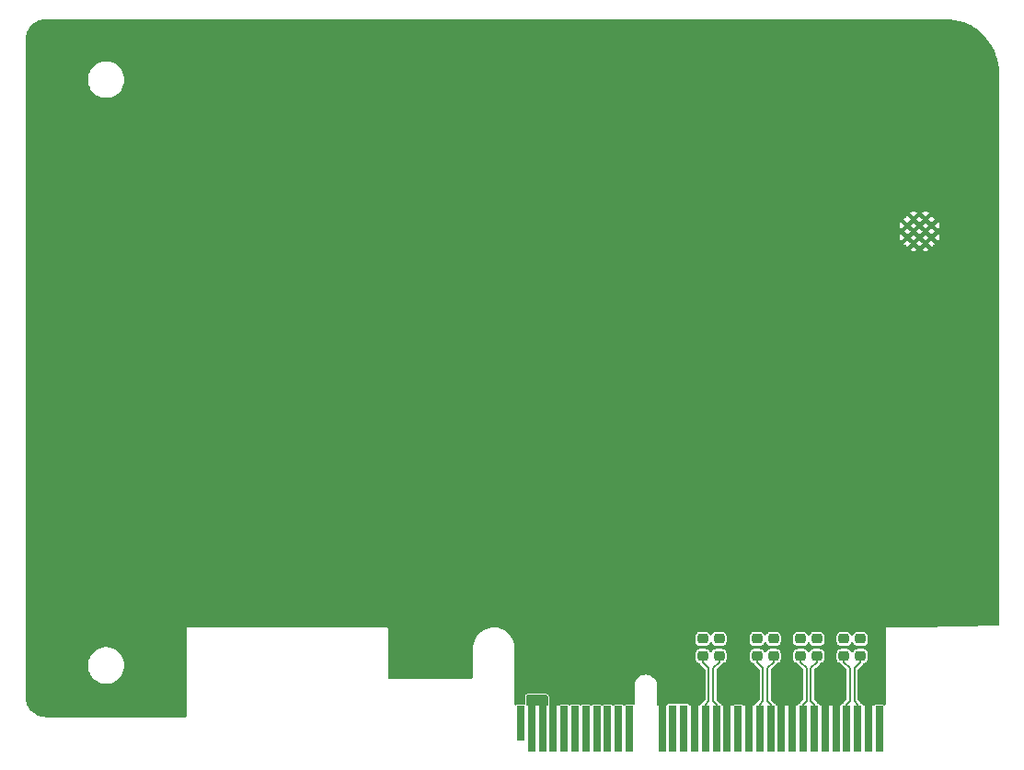
<source format=gbr>
G04 #@! TF.GenerationSoftware,KiCad,Pcbnew,8.0.4*
G04 #@! TF.CreationDate,2024-08-17T23:14:56-04:00*
G04 #@! TF.ProjectId,PCIexpress_x4_low,50434965-7870-4726-9573-735f78345f6c,rev?*
G04 #@! TF.SameCoordinates,Original*
G04 #@! TF.FileFunction,Copper,L4,Bot*
G04 #@! TF.FilePolarity,Positive*
%FSLAX46Y46*%
G04 Gerber Fmt 4.6, Leading zero omitted, Abs format (unit mm)*
G04 Created by KiCad (PCBNEW 8.0.4) date 2024-08-17 23:14:56*
%MOMM*%
%LPD*%
G01*
G04 APERTURE LIST*
G04 Aperture macros list*
%AMRoundRect*
0 Rectangle with rounded corners*
0 $1 Rounding radius*
0 $2 $3 $4 $5 $6 $7 $8 $9 X,Y pos of 4 corners*
0 Add a 4 corners polygon primitive as box body*
4,1,4,$2,$3,$4,$5,$6,$7,$8,$9,$2,$3,0*
0 Add four circle primitives for the rounded corners*
1,1,$1+$1,$2,$3*
1,1,$1+$1,$4,$5*
1,1,$1+$1,$6,$7*
1,1,$1+$1,$8,$9*
0 Add four rect primitives between the rounded corners*
20,1,$1+$1,$2,$3,$4,$5,0*
20,1,$1+$1,$4,$5,$6,$7,0*
20,1,$1+$1,$6,$7,$8,$9,0*
20,1,$1+$1,$8,$9,$2,$3,0*%
G04 Aperture macros list end*
G04 #@! TA.AperFunction,ComponentPad*
%ADD10C,0.400000*%
G04 #@! TD*
G04 #@! TA.AperFunction,ConnectorPad*
%ADD11R,0.700000X3.200000*%
G04 #@! TD*
G04 #@! TA.AperFunction,ConnectorPad*
%ADD12R,0.700000X4.200000*%
G04 #@! TD*
G04 #@! TA.AperFunction,SMDPad,CuDef*
%ADD13RoundRect,0.218750X-0.256250X0.218750X-0.256250X-0.218750X0.256250X-0.218750X0.256250X0.218750X0*%
G04 #@! TD*
G04 #@! TA.AperFunction,SMDPad,CuDef*
%ADD14RoundRect,0.218750X0.256250X-0.218750X0.256250X0.218750X-0.256250X0.218750X-0.256250X-0.218750X0*%
G04 #@! TD*
G04 #@! TA.AperFunction,ViaPad*
%ADD15C,0.550000*%
G04 #@! TD*
G04 #@! TA.AperFunction,Conductor*
%ADD16C,0.200000*%
G04 #@! TD*
G04 APERTURE END LIST*
D10*
X145725000Y-145385000D03*
X145725000Y-144285000D03*
X146275000Y-145935000D03*
X146275000Y-144835000D03*
X146275000Y-143735000D03*
X146825000Y-145385000D03*
X146825000Y-144285000D03*
X147375000Y-145935000D03*
X147375000Y-144835000D03*
X147375000Y-143735000D03*
X147925000Y-145385000D03*
X147925000Y-144285000D03*
D11*
X110125000Y-190125000D03*
D12*
X111125000Y-190625000D03*
X112125000Y-190625000D03*
X113125000Y-190625000D03*
X114125000Y-190625000D03*
X115125000Y-190625000D03*
X116125000Y-190625000D03*
X117125000Y-190625000D03*
X118125000Y-190625000D03*
X119125000Y-190625000D03*
X120125000Y-190625000D03*
X123125000Y-190625000D03*
X124125000Y-190625000D03*
X125125000Y-190625000D03*
X126125000Y-190625000D03*
X127125000Y-190625000D03*
X128125000Y-190625000D03*
X129125000Y-190625000D03*
X130125000Y-190625000D03*
X131125000Y-190625000D03*
X132125000Y-190625000D03*
X133125000Y-190625000D03*
X134125000Y-190625000D03*
X135125000Y-190625000D03*
X136125000Y-190625000D03*
X137125000Y-190625000D03*
X138125000Y-190625000D03*
X139125000Y-190625000D03*
X140125000Y-190625000D03*
X141125000Y-190625000D03*
X142125000Y-190625000D03*
X143125000Y-190625000D03*
D13*
X126875000Y-182337500D03*
X126875000Y-183912500D03*
D14*
X128375000Y-183912500D03*
X128375000Y-182337500D03*
D13*
X131875000Y-182337500D03*
X131875000Y-183912500D03*
D14*
X133375000Y-183912500D03*
X133375000Y-182337500D03*
D13*
X135875000Y-182337500D03*
X135875000Y-183912500D03*
D14*
X137375000Y-183912500D03*
X137375000Y-182337500D03*
D13*
X139875000Y-182337500D03*
X139875000Y-183912500D03*
D14*
X141375000Y-183912500D03*
X141375000Y-182337500D03*
D15*
X124125000Y-185500000D03*
X143125000Y-185500000D03*
X135625000Y-185500000D03*
X139625000Y-185500000D03*
X133625000Y-185500000D03*
X129125000Y-185500000D03*
X126625000Y-185500000D03*
X131625000Y-185500000D03*
X137625000Y-185500000D03*
X131625000Y-186500000D03*
X143125000Y-186500000D03*
X135625000Y-186500000D03*
X133625000Y-187500000D03*
X133625000Y-186500000D03*
X129125000Y-187500000D03*
X113125000Y-188000000D03*
X137625000Y-186500000D03*
X126625000Y-186500000D03*
X131625000Y-187500000D03*
X124125000Y-187500000D03*
X124125000Y-186500000D03*
X137625000Y-187500000D03*
X139625000Y-186500000D03*
X135625000Y-187500000D03*
X126625000Y-187500000D03*
X129125000Y-186500000D03*
X139625000Y-187500000D03*
X143125000Y-187500000D03*
X111125000Y-188000000D03*
X112125000Y-188000000D03*
D16*
X127425000Y-188075000D02*
X127125000Y-188375000D01*
X126875000Y-183912500D02*
X126875000Y-184500000D01*
X126875000Y-184500000D02*
X127425000Y-185050000D01*
X127125000Y-188375000D02*
X127125000Y-190625000D01*
X127425000Y-185050000D02*
X127425000Y-188075000D01*
X128375000Y-183912500D02*
X128375000Y-184500000D01*
X128375000Y-184500000D02*
X127825000Y-185050000D01*
X127825000Y-185050000D02*
X127825000Y-188075000D01*
X127825000Y-188075000D02*
X128125000Y-188375000D01*
X128125000Y-188375000D02*
X128125000Y-190625000D01*
X132425000Y-188075000D02*
X132125000Y-188375000D01*
X132425000Y-185050000D02*
X132425000Y-188075000D01*
X131875000Y-184500000D02*
X132425000Y-185050000D01*
X132125000Y-188375000D02*
X132125000Y-190625000D01*
X131875000Y-183912500D02*
X131875000Y-184500000D01*
X133125000Y-188375000D02*
X133125000Y-190625000D01*
X132825000Y-185050000D02*
X132825000Y-188075000D01*
X133375000Y-184500000D02*
X132825000Y-185050000D01*
X133375000Y-183912500D02*
X133375000Y-184500000D01*
X132825000Y-188075000D02*
X133125000Y-188375000D01*
X136425000Y-188075000D02*
X136125000Y-188375000D01*
X136425000Y-185050000D02*
X136425000Y-188075000D01*
X135875000Y-184500000D02*
X136425000Y-185050000D01*
X136125000Y-188375000D02*
X136125000Y-190625000D01*
X135875000Y-183912500D02*
X135875000Y-184500000D01*
X137125000Y-188375000D02*
X137125000Y-190625000D01*
X136825000Y-185050000D02*
X136825000Y-188075000D01*
X137375000Y-184500000D02*
X136825000Y-185050000D01*
X137375000Y-183912500D02*
X137375000Y-184500000D01*
X136825000Y-188075000D02*
X137125000Y-188375000D01*
X140125000Y-188375000D02*
X140125000Y-190625000D01*
X139875000Y-184500000D02*
X140425000Y-185050000D01*
X139875000Y-183912500D02*
X139875000Y-184500000D01*
X140425000Y-188075000D02*
X140125000Y-188375000D01*
X140425000Y-185050000D02*
X140425000Y-188075000D01*
X141375000Y-183912500D02*
X141375000Y-184500000D01*
X140825000Y-188075000D02*
X141125000Y-188375000D01*
X141375000Y-184500000D02*
X140825000Y-185050000D01*
X141125000Y-188375000D02*
X141125000Y-190625000D01*
X140825000Y-185050000D02*
X140825000Y-188075000D01*
G04 #@! TA.AperFunction,Conductor*
G36*
X112568039Y-187519685D02*
G01*
X112613794Y-187572489D01*
X112625000Y-187624000D01*
X112625000Y-188402000D01*
X112605315Y-188469039D01*
X112552511Y-188514794D01*
X112501000Y-188526000D01*
X110749000Y-188526000D01*
X110681961Y-188506315D01*
X110636206Y-188453511D01*
X110625000Y-188402000D01*
X110625000Y-187624000D01*
X110644685Y-187556961D01*
X110697489Y-187511206D01*
X110749000Y-187500000D01*
X112501000Y-187500000D01*
X112568039Y-187519685D01*
G37*
G04 #@! TD.AperFunction*
G04 #@! TA.AperFunction,Conductor*
G36*
X149227702Y-125300618D02*
G01*
X149241221Y-125301208D01*
X149648810Y-125319003D01*
X149659547Y-125319943D01*
X150074771Y-125374608D01*
X150085397Y-125376481D01*
X150494286Y-125467130D01*
X150504698Y-125469919D01*
X150904132Y-125595861D01*
X150914267Y-125599550D01*
X151301191Y-125759819D01*
X151310982Y-125764385D01*
X151682442Y-125957755D01*
X151691810Y-125963163D01*
X152045014Y-126188179D01*
X152053875Y-126194384D01*
X152386115Y-126449320D01*
X152394402Y-126456274D01*
X152703155Y-126739195D01*
X152710804Y-126746844D01*
X152993725Y-127055597D01*
X153000679Y-127063884D01*
X153255615Y-127396124D01*
X153261820Y-127404985D01*
X153486836Y-127758189D01*
X153492244Y-127767557D01*
X153685611Y-128139010D01*
X153690183Y-128148814D01*
X153850443Y-128535717D01*
X153854142Y-128545880D01*
X153926553Y-128775538D01*
X153980074Y-128945282D01*
X153982874Y-128955732D01*
X154073515Y-129364589D01*
X154075393Y-129375242D01*
X154130054Y-129790432D01*
X154130997Y-129801208D01*
X154147661Y-130182891D01*
X154149382Y-130222297D01*
X154149500Y-130227706D01*
X154149500Y-134799138D01*
X154129815Y-134866177D01*
X154125000Y-134872152D01*
X154125000Y-152884825D01*
X154146666Y-152924504D01*
X154149500Y-152950862D01*
X154149500Y-180972857D01*
X154129815Y-181039896D01*
X154077011Y-181085651D01*
X154028896Y-181096810D01*
X146632462Y-181299453D01*
X146629066Y-181299500D01*
X143759982Y-181299500D01*
X143732231Y-181310995D01*
X143710995Y-181332231D01*
X143699500Y-181359982D01*
X143699500Y-188335498D01*
X143679815Y-188402537D01*
X143627011Y-188448292D01*
X143557853Y-188458236D01*
X143521623Y-188444353D01*
X143521165Y-188445461D01*
X143509882Y-188440787D01*
X143509877Y-188440786D01*
X143483803Y-188435600D01*
X143483802Y-188435600D01*
X142766198Y-188435600D01*
X142766189Y-188435601D01*
X142740119Y-188440786D01*
X142710547Y-188460546D01*
X142704302Y-188469893D01*
X142650689Y-188514697D01*
X142601201Y-188525000D01*
X141779126Y-188525000D01*
X141712087Y-188505315D01*
X141666332Y-188452511D01*
X141664566Y-188448456D01*
X141663867Y-188446768D01*
X141619552Y-188380447D01*
X141553230Y-188336132D01*
X141491198Y-188323793D01*
X141429287Y-188291408D01*
X141408003Y-188264175D01*
X141365464Y-188190495D01*
X141365458Y-188190487D01*
X141161819Y-187986848D01*
X141128334Y-187925525D01*
X141125500Y-187899167D01*
X141125500Y-185225833D01*
X141145185Y-185158794D01*
X141161819Y-185138152D01*
X141286487Y-185013484D01*
X141615460Y-184684511D01*
X141655021Y-184615989D01*
X141655024Y-184615977D01*
X141656826Y-184611629D01*
X141700664Y-184557223D01*
X141751997Y-184536601D01*
X141762420Y-184534951D01*
X141880751Y-184474658D01*
X141974658Y-184380751D01*
X142034951Y-184262420D01*
X142034951Y-184262418D01*
X142034952Y-184262417D01*
X142050500Y-184164251D01*
X142050500Y-183660748D01*
X142034952Y-183562582D01*
X142034951Y-183562580D01*
X141974658Y-183444249D01*
X141974654Y-183444245D01*
X141974653Y-183444243D01*
X141880756Y-183350346D01*
X141880753Y-183350344D01*
X141880751Y-183350342D01*
X141762420Y-183290049D01*
X141762419Y-183290048D01*
X141762416Y-183290047D01*
X141762417Y-183290047D01*
X141664251Y-183274500D01*
X141664246Y-183274500D01*
X141085754Y-183274500D01*
X141085749Y-183274500D01*
X140987582Y-183290047D01*
X140918761Y-183325114D01*
X140869249Y-183350342D01*
X140869248Y-183350343D01*
X140869243Y-183350346D01*
X140775346Y-183444243D01*
X140775343Y-183444248D01*
X140775342Y-183444249D01*
X140735485Y-183522473D01*
X140687510Y-183573269D01*
X140619689Y-183590064D01*
X140553554Y-183567526D01*
X140514515Y-183522473D01*
X140474658Y-183444249D01*
X140474654Y-183444245D01*
X140474653Y-183444243D01*
X140380756Y-183350346D01*
X140380753Y-183350344D01*
X140380751Y-183350342D01*
X140262420Y-183290049D01*
X140262419Y-183290048D01*
X140262416Y-183290047D01*
X140262417Y-183290047D01*
X140164251Y-183274500D01*
X140164246Y-183274500D01*
X139585754Y-183274500D01*
X139585749Y-183274500D01*
X139487582Y-183290047D01*
X139418761Y-183325114D01*
X139369249Y-183350342D01*
X139369248Y-183350343D01*
X139369243Y-183350346D01*
X139275346Y-183444243D01*
X139275343Y-183444248D01*
X139275342Y-183444249D01*
X139255244Y-183483692D01*
X139215047Y-183562582D01*
X139199500Y-183660748D01*
X139199500Y-184164251D01*
X139215047Y-184262417D01*
X139223886Y-184279764D01*
X139275342Y-184380751D01*
X139275344Y-184380753D01*
X139275346Y-184380756D01*
X139369243Y-184474653D01*
X139369245Y-184474654D01*
X139369249Y-184474658D01*
X139487580Y-184534951D01*
X139498002Y-184536601D01*
X139561137Y-184566527D01*
X139593169Y-184611620D01*
X139594979Y-184615991D01*
X139634535Y-184684504D01*
X139634541Y-184684512D01*
X140088181Y-185138152D01*
X140121666Y-185199475D01*
X140124500Y-185225833D01*
X140124500Y-187899167D01*
X140104815Y-187966206D01*
X140088181Y-187986848D01*
X139884541Y-188190487D01*
X139884537Y-188190492D01*
X139841996Y-188264176D01*
X139791429Y-188312392D01*
X139758801Y-188323793D01*
X139696770Y-188336132D01*
X139696769Y-188336132D01*
X139630447Y-188380447D01*
X139586132Y-188446768D01*
X139585434Y-188448456D01*
X139582926Y-188451567D01*
X139579348Y-188456923D01*
X139578868Y-188456602D01*
X139541591Y-188502858D01*
X139475296Y-188524921D01*
X139470874Y-188525000D01*
X137779126Y-188525000D01*
X137712087Y-188505315D01*
X137666332Y-188452511D01*
X137664566Y-188448456D01*
X137663867Y-188446768D01*
X137619552Y-188380447D01*
X137553230Y-188336132D01*
X137491198Y-188323793D01*
X137429287Y-188291408D01*
X137408003Y-188264175D01*
X137365464Y-188190495D01*
X137365458Y-188190487D01*
X137161819Y-187986848D01*
X137128334Y-187925525D01*
X137125500Y-187899167D01*
X137125500Y-185225833D01*
X137145185Y-185158794D01*
X137161819Y-185138152D01*
X137286487Y-185013484D01*
X137615460Y-184684511D01*
X137655021Y-184615989D01*
X137655024Y-184615977D01*
X137656826Y-184611629D01*
X137700664Y-184557223D01*
X137751997Y-184536601D01*
X137762420Y-184534951D01*
X137880751Y-184474658D01*
X137974658Y-184380751D01*
X138034951Y-184262420D01*
X138034951Y-184262418D01*
X138034952Y-184262417D01*
X138050500Y-184164251D01*
X138050500Y-183660748D01*
X138034952Y-183562582D01*
X138034951Y-183562580D01*
X137974658Y-183444249D01*
X137974654Y-183444245D01*
X137974653Y-183444243D01*
X137880756Y-183350346D01*
X137880753Y-183350344D01*
X137880751Y-183350342D01*
X137762420Y-183290049D01*
X137762419Y-183290048D01*
X137762416Y-183290047D01*
X137762417Y-183290047D01*
X137664251Y-183274500D01*
X137664246Y-183274500D01*
X137085754Y-183274500D01*
X137085749Y-183274500D01*
X136987582Y-183290047D01*
X136918761Y-183325114D01*
X136869249Y-183350342D01*
X136869248Y-183350343D01*
X136869243Y-183350346D01*
X136775346Y-183444243D01*
X136775343Y-183444248D01*
X136775342Y-183444249D01*
X136735485Y-183522473D01*
X136687510Y-183573269D01*
X136619689Y-183590064D01*
X136553554Y-183567526D01*
X136514515Y-183522473D01*
X136474658Y-183444249D01*
X136474654Y-183444245D01*
X136474653Y-183444243D01*
X136380756Y-183350346D01*
X136380753Y-183350344D01*
X136380751Y-183350342D01*
X136262420Y-183290049D01*
X136262419Y-183290048D01*
X136262416Y-183290047D01*
X136262417Y-183290047D01*
X136164251Y-183274500D01*
X136164246Y-183274500D01*
X135585754Y-183274500D01*
X135585749Y-183274500D01*
X135487582Y-183290047D01*
X135418761Y-183325114D01*
X135369249Y-183350342D01*
X135369248Y-183350343D01*
X135369243Y-183350346D01*
X135275346Y-183444243D01*
X135275343Y-183444248D01*
X135275342Y-183444249D01*
X135255244Y-183483692D01*
X135215047Y-183562582D01*
X135199500Y-183660748D01*
X135199500Y-184164251D01*
X135215047Y-184262417D01*
X135223886Y-184279764D01*
X135275342Y-184380751D01*
X135275344Y-184380753D01*
X135275346Y-184380756D01*
X135369243Y-184474653D01*
X135369245Y-184474654D01*
X135369249Y-184474658D01*
X135487580Y-184534951D01*
X135498002Y-184536601D01*
X135561137Y-184566527D01*
X135593169Y-184611620D01*
X135594979Y-184615991D01*
X135634535Y-184684504D01*
X135634541Y-184684512D01*
X136088181Y-185138152D01*
X136121666Y-185199475D01*
X136124500Y-185225833D01*
X136124500Y-187899167D01*
X136104815Y-187966206D01*
X136088181Y-187986848D01*
X135884541Y-188190487D01*
X135884537Y-188190492D01*
X135841996Y-188264176D01*
X135791429Y-188312392D01*
X135758801Y-188323793D01*
X135696770Y-188336132D01*
X135696769Y-188336132D01*
X135630447Y-188380447D01*
X135586132Y-188446768D01*
X135585434Y-188448456D01*
X135582926Y-188451567D01*
X135579348Y-188456923D01*
X135578868Y-188456602D01*
X135541591Y-188502858D01*
X135475296Y-188524921D01*
X135470874Y-188525000D01*
X133779126Y-188525000D01*
X133712087Y-188505315D01*
X133666332Y-188452511D01*
X133664566Y-188448456D01*
X133663867Y-188446768D01*
X133619552Y-188380447D01*
X133553230Y-188336132D01*
X133491198Y-188323793D01*
X133429287Y-188291408D01*
X133408003Y-188264175D01*
X133365464Y-188190495D01*
X133365458Y-188190487D01*
X133161819Y-187986848D01*
X133128334Y-187925525D01*
X133125500Y-187899167D01*
X133125500Y-185225833D01*
X133145185Y-185158794D01*
X133161819Y-185138152D01*
X133286487Y-185013484D01*
X133615460Y-184684511D01*
X133655021Y-184615989D01*
X133655024Y-184615977D01*
X133656826Y-184611629D01*
X133700664Y-184557223D01*
X133751997Y-184536601D01*
X133762420Y-184534951D01*
X133880751Y-184474658D01*
X133974658Y-184380751D01*
X134034951Y-184262420D01*
X134034951Y-184262418D01*
X134034952Y-184262417D01*
X134050500Y-184164251D01*
X134050500Y-183660748D01*
X134034952Y-183562582D01*
X134034951Y-183562580D01*
X133974658Y-183444249D01*
X133974654Y-183444245D01*
X133974653Y-183444243D01*
X133880756Y-183350346D01*
X133880753Y-183350344D01*
X133880751Y-183350342D01*
X133762420Y-183290049D01*
X133762419Y-183290048D01*
X133762416Y-183290047D01*
X133762417Y-183290047D01*
X133664251Y-183274500D01*
X133664246Y-183274500D01*
X133085754Y-183274500D01*
X133085749Y-183274500D01*
X132987582Y-183290047D01*
X132918761Y-183325114D01*
X132869249Y-183350342D01*
X132869248Y-183350343D01*
X132869243Y-183350346D01*
X132775346Y-183444243D01*
X132775343Y-183444248D01*
X132775342Y-183444249D01*
X132735485Y-183522473D01*
X132687510Y-183573269D01*
X132619689Y-183590064D01*
X132553554Y-183567526D01*
X132514515Y-183522473D01*
X132474658Y-183444249D01*
X132474654Y-183444245D01*
X132474653Y-183444243D01*
X132380756Y-183350346D01*
X132380753Y-183350344D01*
X132380751Y-183350342D01*
X132262420Y-183290049D01*
X132262419Y-183290048D01*
X132262416Y-183290047D01*
X132262417Y-183290047D01*
X132164251Y-183274500D01*
X132164246Y-183274500D01*
X131585754Y-183274500D01*
X131585749Y-183274500D01*
X131487582Y-183290047D01*
X131418761Y-183325114D01*
X131369249Y-183350342D01*
X131369248Y-183350343D01*
X131369243Y-183350346D01*
X131275346Y-183444243D01*
X131275343Y-183444248D01*
X131275342Y-183444249D01*
X131255244Y-183483692D01*
X131215047Y-183562582D01*
X131199500Y-183660748D01*
X131199500Y-184164251D01*
X131215047Y-184262417D01*
X131223886Y-184279764D01*
X131275342Y-184380751D01*
X131275344Y-184380753D01*
X131275346Y-184380756D01*
X131369243Y-184474653D01*
X131369245Y-184474654D01*
X131369249Y-184474658D01*
X131487580Y-184534951D01*
X131498002Y-184536601D01*
X131561137Y-184566527D01*
X131593169Y-184611620D01*
X131594979Y-184615991D01*
X131634535Y-184684504D01*
X131634541Y-184684512D01*
X132088181Y-185138152D01*
X132121666Y-185199475D01*
X132124500Y-185225833D01*
X132124500Y-187899167D01*
X132104815Y-187966206D01*
X132088181Y-187986848D01*
X131884541Y-188190487D01*
X131884537Y-188190492D01*
X131841996Y-188264176D01*
X131791429Y-188312392D01*
X131758801Y-188323793D01*
X131696770Y-188336132D01*
X131696769Y-188336132D01*
X131630447Y-188380447D01*
X131586132Y-188446768D01*
X131585434Y-188448456D01*
X131582926Y-188451567D01*
X131579348Y-188456923D01*
X131578868Y-188456602D01*
X131541591Y-188502858D01*
X131475296Y-188524921D01*
X131470874Y-188525000D01*
X130648799Y-188525000D01*
X130581760Y-188505315D01*
X130545698Y-188469893D01*
X130539452Y-188460545D01*
X130509882Y-188440787D01*
X130509877Y-188440786D01*
X130483803Y-188435600D01*
X130483802Y-188435600D01*
X129766198Y-188435600D01*
X129766189Y-188435601D01*
X129740119Y-188440786D01*
X129710547Y-188460546D01*
X129704302Y-188469893D01*
X129650689Y-188514697D01*
X129601201Y-188525000D01*
X128779126Y-188525000D01*
X128712087Y-188505315D01*
X128666332Y-188452511D01*
X128664566Y-188448456D01*
X128663867Y-188446768D01*
X128619552Y-188380447D01*
X128553230Y-188336132D01*
X128491198Y-188323793D01*
X128429287Y-188291408D01*
X128408003Y-188264175D01*
X128365464Y-188190495D01*
X128365458Y-188190487D01*
X128161819Y-187986848D01*
X128128334Y-187925525D01*
X128125500Y-187899167D01*
X128125500Y-185225833D01*
X128145185Y-185158794D01*
X128161819Y-185138152D01*
X128286487Y-185013484D01*
X128615460Y-184684511D01*
X128655021Y-184615989D01*
X128655024Y-184615977D01*
X128656826Y-184611629D01*
X128700664Y-184557223D01*
X128751997Y-184536601D01*
X128762420Y-184534951D01*
X128880751Y-184474658D01*
X128974658Y-184380751D01*
X129034951Y-184262420D01*
X129034951Y-184262418D01*
X129034952Y-184262417D01*
X129050500Y-184164251D01*
X129050500Y-183660748D01*
X129034952Y-183562582D01*
X129034951Y-183562580D01*
X128974658Y-183444249D01*
X128974654Y-183444245D01*
X128974653Y-183444243D01*
X128880756Y-183350346D01*
X128880753Y-183350344D01*
X128880751Y-183350342D01*
X128762420Y-183290049D01*
X128762419Y-183290048D01*
X128762416Y-183290047D01*
X128762417Y-183290047D01*
X128664251Y-183274500D01*
X128664246Y-183274500D01*
X128085754Y-183274500D01*
X128085749Y-183274500D01*
X127987582Y-183290047D01*
X127918761Y-183325114D01*
X127869249Y-183350342D01*
X127869248Y-183350343D01*
X127869243Y-183350346D01*
X127775346Y-183444243D01*
X127775343Y-183444248D01*
X127775342Y-183444249D01*
X127735485Y-183522473D01*
X127687510Y-183573269D01*
X127619689Y-183590064D01*
X127553554Y-183567526D01*
X127514515Y-183522473D01*
X127474658Y-183444249D01*
X127474654Y-183444245D01*
X127474653Y-183444243D01*
X127380756Y-183350346D01*
X127380753Y-183350344D01*
X127380751Y-183350342D01*
X127262420Y-183290049D01*
X127262419Y-183290048D01*
X127262416Y-183290047D01*
X127262417Y-183290047D01*
X127164251Y-183274500D01*
X127164246Y-183274500D01*
X126585754Y-183274500D01*
X126585749Y-183274500D01*
X126487582Y-183290047D01*
X126418761Y-183325114D01*
X126369249Y-183350342D01*
X126369248Y-183350343D01*
X126369243Y-183350346D01*
X126275346Y-183444243D01*
X126275343Y-183444248D01*
X126275342Y-183444249D01*
X126255244Y-183483692D01*
X126215047Y-183562582D01*
X126199500Y-183660748D01*
X126199500Y-184164251D01*
X126215047Y-184262417D01*
X126223886Y-184279764D01*
X126275342Y-184380751D01*
X126275344Y-184380753D01*
X126275346Y-184380756D01*
X126369243Y-184474653D01*
X126369245Y-184474654D01*
X126369249Y-184474658D01*
X126487580Y-184534951D01*
X126498002Y-184536601D01*
X126561137Y-184566527D01*
X126593169Y-184611620D01*
X126594979Y-184615991D01*
X126634535Y-184684504D01*
X126634541Y-184684512D01*
X127088181Y-185138152D01*
X127121666Y-185199475D01*
X127124500Y-185225833D01*
X127124500Y-187899167D01*
X127104815Y-187966206D01*
X127088181Y-187986848D01*
X126884541Y-188190487D01*
X126884537Y-188190492D01*
X126841996Y-188264176D01*
X126791429Y-188312392D01*
X126758801Y-188323793D01*
X126696770Y-188336132D01*
X126696769Y-188336132D01*
X126630447Y-188380447D01*
X126586132Y-188446768D01*
X126585434Y-188448456D01*
X126582926Y-188451567D01*
X126579348Y-188456923D01*
X126578868Y-188456602D01*
X126541591Y-188502858D01*
X126475296Y-188524921D01*
X126470874Y-188525000D01*
X125779126Y-188525000D01*
X125712087Y-188505315D01*
X125666332Y-188452511D01*
X125664566Y-188448456D01*
X125663867Y-188446768D01*
X125619552Y-188380447D01*
X125553230Y-188336132D01*
X125553229Y-188336131D01*
X125494752Y-188324500D01*
X125494748Y-188324500D01*
X124755252Y-188324500D01*
X124755247Y-188324500D01*
X124696770Y-188336131D01*
X124696768Y-188336132D01*
X124693887Y-188338058D01*
X124686655Y-188340322D01*
X124685487Y-188340806D01*
X124685443Y-188340701D01*
X124627209Y-188358933D01*
X124559829Y-188340446D01*
X124556113Y-188338058D01*
X124553231Y-188336132D01*
X124553229Y-188336131D01*
X124494752Y-188324500D01*
X124494748Y-188324500D01*
X123755252Y-188324500D01*
X123755247Y-188324500D01*
X123696770Y-188336131D01*
X123696769Y-188336132D01*
X123630447Y-188380447D01*
X123586132Y-188446768D01*
X123585434Y-188448456D01*
X123582926Y-188451567D01*
X123579348Y-188456923D01*
X123578868Y-188456602D01*
X123541591Y-188502858D01*
X123475296Y-188524921D01*
X123470874Y-188525000D01*
X122774500Y-188525000D01*
X122707461Y-188505315D01*
X122661706Y-188452511D01*
X122650500Y-188401000D01*
X122650500Y-186579975D01*
X122636371Y-186504394D01*
X122615577Y-186393156D01*
X122546922Y-186215937D01*
X122446872Y-186054351D01*
X122318834Y-185913900D01*
X122167169Y-185799367D01*
X122010767Y-185721488D01*
X121997041Y-185714653D01*
X121997042Y-185714653D01*
X121892142Y-185684807D01*
X121814242Y-185662643D01*
X121814239Y-185662642D01*
X121814241Y-185662642D01*
X121625001Y-185645107D01*
X121624999Y-185645107D01*
X121435760Y-185662642D01*
X121252957Y-185714653D01*
X121082830Y-185799367D01*
X120931164Y-185913901D01*
X120803129Y-186054349D01*
X120703077Y-186215938D01*
X120703075Y-186215942D01*
X120655383Y-186339052D01*
X120634423Y-186393156D01*
X120623704Y-186450500D01*
X120599500Y-186579975D01*
X120599500Y-188311600D01*
X120579815Y-188378639D01*
X120527011Y-188424394D01*
X120475500Y-188435600D01*
X119766198Y-188435600D01*
X119766189Y-188435601D01*
X119740119Y-188440786D01*
X119700393Y-188467332D01*
X119699310Y-188465712D01*
X119651358Y-188491897D01*
X119581666Y-188486913D01*
X119550085Y-188466616D01*
X119549608Y-188467332D01*
X119509882Y-188440787D01*
X119509877Y-188440786D01*
X119483803Y-188435600D01*
X119483802Y-188435600D01*
X118766198Y-188435600D01*
X118766189Y-188435601D01*
X118740119Y-188440786D01*
X118700393Y-188467332D01*
X118699310Y-188465712D01*
X118651358Y-188491897D01*
X118581666Y-188486913D01*
X118550085Y-188466616D01*
X118549608Y-188467332D01*
X118509882Y-188440787D01*
X118509877Y-188440786D01*
X118483803Y-188435600D01*
X118483802Y-188435600D01*
X117766198Y-188435600D01*
X117766189Y-188435601D01*
X117740119Y-188440786D01*
X117700393Y-188467332D01*
X117699310Y-188465712D01*
X117651358Y-188491897D01*
X117581666Y-188486913D01*
X117550085Y-188466616D01*
X117549608Y-188467332D01*
X117509882Y-188440787D01*
X117509877Y-188440786D01*
X117483803Y-188435600D01*
X117483802Y-188435600D01*
X116766198Y-188435600D01*
X116766189Y-188435601D01*
X116740119Y-188440786D01*
X116700393Y-188467332D01*
X116699310Y-188465712D01*
X116651358Y-188491897D01*
X116581666Y-188486913D01*
X116550085Y-188466616D01*
X116549608Y-188467332D01*
X116509882Y-188440787D01*
X116509877Y-188440786D01*
X116483803Y-188435600D01*
X116483802Y-188435600D01*
X115766198Y-188435600D01*
X115766189Y-188435601D01*
X115740119Y-188440786D01*
X115700393Y-188467332D01*
X115699310Y-188465712D01*
X115651358Y-188491897D01*
X115581666Y-188486913D01*
X115550085Y-188466616D01*
X115549608Y-188467332D01*
X115509882Y-188440787D01*
X115509877Y-188440786D01*
X115483803Y-188435600D01*
X115483802Y-188435600D01*
X114766198Y-188435600D01*
X114766189Y-188435601D01*
X114740119Y-188440786D01*
X114700393Y-188467332D01*
X114699310Y-188465712D01*
X114651358Y-188491897D01*
X114581666Y-188486913D01*
X114550085Y-188466616D01*
X114549608Y-188467332D01*
X114509882Y-188440787D01*
X114509877Y-188440786D01*
X114483803Y-188435600D01*
X114483802Y-188435600D01*
X113766198Y-188435600D01*
X113766189Y-188435601D01*
X113740119Y-188440786D01*
X113710547Y-188460546D01*
X113704302Y-188469893D01*
X113650689Y-188514697D01*
X113601201Y-188525000D01*
X112843400Y-188525000D01*
X112776361Y-188505315D01*
X112730606Y-188452511D01*
X112719400Y-188401000D01*
X112719400Y-187624006D01*
X112719400Y-187624000D01*
X112717242Y-187603933D01*
X112706036Y-187552422D01*
X112685137Y-187510670D01*
X112639382Y-187457866D01*
X112594635Y-187429109D01*
X112527596Y-187409424D01*
X112527589Y-187409422D01*
X112501001Y-187405600D01*
X112501000Y-187405600D01*
X110749000Y-187405600D01*
X110748995Y-187405600D01*
X110728933Y-187407757D01*
X110686626Y-187416961D01*
X110677422Y-187418964D01*
X110635670Y-187439863D01*
X110614894Y-187457866D01*
X110582865Y-187485619D01*
X110554110Y-187530363D01*
X110554109Y-187530365D01*
X110534424Y-187597403D01*
X110534422Y-187597410D01*
X110530600Y-187623998D01*
X110530600Y-188311600D01*
X110510915Y-188378639D01*
X110458111Y-188424394D01*
X110406600Y-188435600D01*
X109766198Y-188435600D01*
X109766189Y-188435601D01*
X109740119Y-188440786D01*
X109728831Y-188445462D01*
X109727986Y-188443423D01*
X109676704Y-188459477D01*
X109609325Y-188440988D01*
X109562639Y-188389005D01*
X109550500Y-188335497D01*
X109550500Y-183070001D01*
X109535374Y-182959952D01*
X109515097Y-182812428D01*
X109444951Y-182562074D01*
X109444949Y-182562069D01*
X109341373Y-182323610D01*
X109206279Y-182101458D01*
X109193498Y-182085748D01*
X126199500Y-182085748D01*
X126199500Y-182589251D01*
X126215047Y-182687417D01*
X126215049Y-182687420D01*
X126275342Y-182805751D01*
X126275344Y-182805753D01*
X126275346Y-182805756D01*
X126369243Y-182899653D01*
X126369245Y-182899654D01*
X126369249Y-182899658D01*
X126487580Y-182959951D01*
X126487581Y-182959951D01*
X126487583Y-182959952D01*
X126487582Y-182959952D01*
X126585749Y-182975500D01*
X126585754Y-182975500D01*
X127164251Y-182975500D01*
X127262417Y-182959952D01*
X127262418Y-182959951D01*
X127262420Y-182959951D01*
X127380751Y-182899658D01*
X127474658Y-182805751D01*
X127514516Y-182727524D01*
X127562490Y-182676730D01*
X127630311Y-182659935D01*
X127696445Y-182682472D01*
X127735482Y-182727523D01*
X127775342Y-182805751D01*
X127775344Y-182805753D01*
X127775346Y-182805756D01*
X127869243Y-182899653D01*
X127869245Y-182899654D01*
X127869249Y-182899658D01*
X127987580Y-182959951D01*
X127987581Y-182959951D01*
X127987583Y-182959952D01*
X127987582Y-182959952D01*
X128085749Y-182975500D01*
X128085754Y-182975500D01*
X128664251Y-182975500D01*
X128762417Y-182959952D01*
X128762418Y-182959951D01*
X128762420Y-182959951D01*
X128880751Y-182899658D01*
X128974658Y-182805751D01*
X129034951Y-182687420D01*
X129034951Y-182687418D01*
X129034952Y-182687417D01*
X129050500Y-182589251D01*
X129050500Y-182085748D01*
X131199500Y-182085748D01*
X131199500Y-182589251D01*
X131215047Y-182687417D01*
X131215049Y-182687420D01*
X131275342Y-182805751D01*
X131275344Y-182805753D01*
X131275346Y-182805756D01*
X131369243Y-182899653D01*
X131369245Y-182899654D01*
X131369249Y-182899658D01*
X131487580Y-182959951D01*
X131487581Y-182959951D01*
X131487583Y-182959952D01*
X131487582Y-182959952D01*
X131585749Y-182975500D01*
X131585754Y-182975500D01*
X132164251Y-182975500D01*
X132262417Y-182959952D01*
X132262418Y-182959951D01*
X132262420Y-182959951D01*
X132380751Y-182899658D01*
X132474658Y-182805751D01*
X132514516Y-182727524D01*
X132562490Y-182676730D01*
X132630311Y-182659935D01*
X132696445Y-182682472D01*
X132735482Y-182727523D01*
X132775342Y-182805751D01*
X132775344Y-182805753D01*
X132775346Y-182805756D01*
X132869243Y-182899653D01*
X132869245Y-182899654D01*
X132869249Y-182899658D01*
X132987580Y-182959951D01*
X132987581Y-182959951D01*
X132987583Y-182959952D01*
X132987582Y-182959952D01*
X133085749Y-182975500D01*
X133085754Y-182975500D01*
X133664251Y-182975500D01*
X133762417Y-182959952D01*
X133762418Y-182959951D01*
X133762420Y-182959951D01*
X133880751Y-182899658D01*
X133974658Y-182805751D01*
X134034951Y-182687420D01*
X134034951Y-182687418D01*
X134034952Y-182687417D01*
X134050500Y-182589251D01*
X134050500Y-182085748D01*
X135199500Y-182085748D01*
X135199500Y-182589251D01*
X135215047Y-182687417D01*
X135215049Y-182687420D01*
X135275342Y-182805751D01*
X135275344Y-182805753D01*
X135275346Y-182805756D01*
X135369243Y-182899653D01*
X135369245Y-182899654D01*
X135369249Y-182899658D01*
X135487580Y-182959951D01*
X135487581Y-182959951D01*
X135487583Y-182959952D01*
X135487582Y-182959952D01*
X135585749Y-182975500D01*
X135585754Y-182975500D01*
X136164251Y-182975500D01*
X136262417Y-182959952D01*
X136262418Y-182959951D01*
X136262420Y-182959951D01*
X136380751Y-182899658D01*
X136474658Y-182805751D01*
X136514516Y-182727524D01*
X136562490Y-182676730D01*
X136630311Y-182659935D01*
X136696445Y-182682472D01*
X136735482Y-182727523D01*
X136775342Y-182805751D01*
X136775344Y-182805753D01*
X136775346Y-182805756D01*
X136869243Y-182899653D01*
X136869245Y-182899654D01*
X136869249Y-182899658D01*
X136987580Y-182959951D01*
X136987581Y-182959951D01*
X136987583Y-182959952D01*
X136987582Y-182959952D01*
X137085749Y-182975500D01*
X137085754Y-182975500D01*
X137664251Y-182975500D01*
X137762417Y-182959952D01*
X137762418Y-182959951D01*
X137762420Y-182959951D01*
X137880751Y-182899658D01*
X137974658Y-182805751D01*
X138034951Y-182687420D01*
X138034951Y-182687418D01*
X138034952Y-182687417D01*
X138050500Y-182589251D01*
X138050500Y-182085748D01*
X139199500Y-182085748D01*
X139199500Y-182589251D01*
X139215047Y-182687417D01*
X139215049Y-182687420D01*
X139275342Y-182805751D01*
X139275344Y-182805753D01*
X139275346Y-182805756D01*
X139369243Y-182899653D01*
X139369245Y-182899654D01*
X139369249Y-182899658D01*
X139487580Y-182959951D01*
X139487581Y-182959951D01*
X139487583Y-182959952D01*
X139487582Y-182959952D01*
X139585749Y-182975500D01*
X139585754Y-182975500D01*
X140164251Y-182975500D01*
X140262417Y-182959952D01*
X140262418Y-182959951D01*
X140262420Y-182959951D01*
X140380751Y-182899658D01*
X140474658Y-182805751D01*
X140514516Y-182727524D01*
X140562490Y-182676730D01*
X140630311Y-182659935D01*
X140696445Y-182682472D01*
X140735482Y-182727523D01*
X140775342Y-182805751D01*
X140775344Y-182805753D01*
X140775346Y-182805756D01*
X140869243Y-182899653D01*
X140869245Y-182899654D01*
X140869249Y-182899658D01*
X140987580Y-182959951D01*
X140987581Y-182959951D01*
X140987583Y-182959952D01*
X140987582Y-182959952D01*
X141085749Y-182975500D01*
X141085754Y-182975500D01*
X141664251Y-182975500D01*
X141762417Y-182959952D01*
X141762418Y-182959951D01*
X141762420Y-182959951D01*
X141880751Y-182899658D01*
X141974658Y-182805751D01*
X142034951Y-182687420D01*
X142034951Y-182687418D01*
X142034952Y-182687417D01*
X142050500Y-182589251D01*
X142050500Y-182085748D01*
X142034952Y-181987582D01*
X142014515Y-181947473D01*
X141974658Y-181869249D01*
X141974654Y-181869245D01*
X141974653Y-181869243D01*
X141880756Y-181775346D01*
X141880753Y-181775344D01*
X141880751Y-181775342D01*
X141762420Y-181715049D01*
X141762419Y-181715048D01*
X141762416Y-181715047D01*
X141762417Y-181715047D01*
X141664251Y-181699500D01*
X141664246Y-181699500D01*
X141085754Y-181699500D01*
X141085749Y-181699500D01*
X140987582Y-181715047D01*
X140908692Y-181755244D01*
X140869249Y-181775342D01*
X140869248Y-181775343D01*
X140869243Y-181775346D01*
X140775346Y-181869243D01*
X140775343Y-181869248D01*
X140775342Y-181869249D01*
X140759786Y-181899780D01*
X140735485Y-181947473D01*
X140687510Y-181998269D01*
X140619689Y-182015064D01*
X140553554Y-181992526D01*
X140514515Y-181947473D01*
X140474658Y-181869249D01*
X140474654Y-181869245D01*
X140474653Y-181869243D01*
X140380756Y-181775346D01*
X140380753Y-181775344D01*
X140380751Y-181775342D01*
X140262420Y-181715049D01*
X140262419Y-181715048D01*
X140262416Y-181715047D01*
X140262417Y-181715047D01*
X140164251Y-181699500D01*
X140164246Y-181699500D01*
X139585754Y-181699500D01*
X139585749Y-181699500D01*
X139487582Y-181715047D01*
X139408692Y-181755244D01*
X139369249Y-181775342D01*
X139369248Y-181775343D01*
X139369243Y-181775346D01*
X139275346Y-181869243D01*
X139275343Y-181869248D01*
X139215047Y-181987582D01*
X139199500Y-182085748D01*
X138050500Y-182085748D01*
X138034952Y-181987582D01*
X138014515Y-181947473D01*
X137974658Y-181869249D01*
X137974654Y-181869245D01*
X137974653Y-181869243D01*
X137880756Y-181775346D01*
X137880753Y-181775344D01*
X137880751Y-181775342D01*
X137762420Y-181715049D01*
X137762419Y-181715048D01*
X137762416Y-181715047D01*
X137762417Y-181715047D01*
X137664251Y-181699500D01*
X137664246Y-181699500D01*
X137085754Y-181699500D01*
X137085749Y-181699500D01*
X136987582Y-181715047D01*
X136908692Y-181755244D01*
X136869249Y-181775342D01*
X136869248Y-181775343D01*
X136869243Y-181775346D01*
X136775346Y-181869243D01*
X136775343Y-181869248D01*
X136775342Y-181869249D01*
X136759786Y-181899780D01*
X136735485Y-181947473D01*
X136687510Y-181998269D01*
X136619689Y-182015064D01*
X136553554Y-181992526D01*
X136514515Y-181947473D01*
X136474658Y-181869249D01*
X136474654Y-181869245D01*
X136474653Y-181869243D01*
X136380756Y-181775346D01*
X136380753Y-181775344D01*
X136380751Y-181775342D01*
X136262420Y-181715049D01*
X136262419Y-181715048D01*
X136262416Y-181715047D01*
X136262417Y-181715047D01*
X136164251Y-181699500D01*
X136164246Y-181699500D01*
X135585754Y-181699500D01*
X135585749Y-181699500D01*
X135487582Y-181715047D01*
X135408692Y-181755244D01*
X135369249Y-181775342D01*
X135369248Y-181775343D01*
X135369243Y-181775346D01*
X135275346Y-181869243D01*
X135275343Y-181869248D01*
X135215047Y-181987582D01*
X135199500Y-182085748D01*
X134050500Y-182085748D01*
X134034952Y-181987582D01*
X134014515Y-181947473D01*
X133974658Y-181869249D01*
X133974654Y-181869245D01*
X133974653Y-181869243D01*
X133880756Y-181775346D01*
X133880753Y-181775344D01*
X133880751Y-181775342D01*
X133762420Y-181715049D01*
X133762419Y-181715048D01*
X133762416Y-181715047D01*
X133762417Y-181715047D01*
X133664251Y-181699500D01*
X133664246Y-181699500D01*
X133085754Y-181699500D01*
X133085749Y-181699500D01*
X132987582Y-181715047D01*
X132908692Y-181755244D01*
X132869249Y-181775342D01*
X132869248Y-181775343D01*
X132869243Y-181775346D01*
X132775346Y-181869243D01*
X132775343Y-181869248D01*
X132775342Y-181869249D01*
X132759786Y-181899780D01*
X132735485Y-181947473D01*
X132687510Y-181998269D01*
X132619689Y-182015064D01*
X132553554Y-181992526D01*
X132514515Y-181947473D01*
X132474658Y-181869249D01*
X132474654Y-181869245D01*
X132474653Y-181869243D01*
X132380756Y-181775346D01*
X132380753Y-181775344D01*
X132380751Y-181775342D01*
X132262420Y-181715049D01*
X132262419Y-181715048D01*
X132262416Y-181715047D01*
X132262417Y-181715047D01*
X132164251Y-181699500D01*
X132164246Y-181699500D01*
X131585754Y-181699500D01*
X131585749Y-181699500D01*
X131487582Y-181715047D01*
X131408692Y-181755244D01*
X131369249Y-181775342D01*
X131369248Y-181775343D01*
X131369243Y-181775346D01*
X131275346Y-181869243D01*
X131275343Y-181869248D01*
X131215047Y-181987582D01*
X131199500Y-182085748D01*
X129050500Y-182085748D01*
X129034952Y-181987582D01*
X129014515Y-181947473D01*
X128974658Y-181869249D01*
X128974654Y-181869245D01*
X128974653Y-181869243D01*
X128880756Y-181775346D01*
X128880753Y-181775344D01*
X128880751Y-181775342D01*
X128762420Y-181715049D01*
X128762419Y-181715048D01*
X128762416Y-181715047D01*
X128762417Y-181715047D01*
X128664251Y-181699500D01*
X128664246Y-181699500D01*
X128085754Y-181699500D01*
X128085749Y-181699500D01*
X127987582Y-181715047D01*
X127908692Y-181755244D01*
X127869249Y-181775342D01*
X127869248Y-181775343D01*
X127869243Y-181775346D01*
X127775346Y-181869243D01*
X127775343Y-181869248D01*
X127775342Y-181869249D01*
X127759786Y-181899780D01*
X127735485Y-181947473D01*
X127687510Y-181998269D01*
X127619689Y-182015064D01*
X127553554Y-181992526D01*
X127514515Y-181947473D01*
X127474658Y-181869249D01*
X127474654Y-181869245D01*
X127474653Y-181869243D01*
X127380756Y-181775346D01*
X127380753Y-181775344D01*
X127380751Y-181775342D01*
X127262420Y-181715049D01*
X127262419Y-181715048D01*
X127262416Y-181715047D01*
X127262417Y-181715047D01*
X127164251Y-181699500D01*
X127164246Y-181699500D01*
X126585754Y-181699500D01*
X126585749Y-181699500D01*
X126487582Y-181715047D01*
X126408692Y-181755244D01*
X126369249Y-181775342D01*
X126369248Y-181775343D01*
X126369243Y-181775346D01*
X126275346Y-181869243D01*
X126275343Y-181869248D01*
X126215047Y-181987582D01*
X126199500Y-182085748D01*
X109193498Y-182085748D01*
X109113632Y-181987580D01*
X109042199Y-181899777D01*
X108908962Y-181775342D01*
X108852190Y-181722320D01*
X108852187Y-181722317D01*
X108852185Y-181722316D01*
X108639777Y-181572381D01*
X108639778Y-181572381D01*
X108408927Y-181452765D01*
X108163952Y-181365700D01*
X108163950Y-181365699D01*
X107981580Y-181327803D01*
X107909389Y-181312802D01*
X107909387Y-181312801D01*
X107909383Y-181312801D01*
X107650000Y-181295059D01*
X107390616Y-181312801D01*
X107136049Y-181365699D01*
X107136047Y-181365700D01*
X106891072Y-181452765D01*
X106660222Y-181572381D01*
X106608914Y-181608599D01*
X106447815Y-181722316D01*
X106447812Y-181722317D01*
X106447810Y-181722320D01*
X106447809Y-181722320D01*
X106257798Y-181899780D01*
X106093720Y-182101458D01*
X105958626Y-182323610D01*
X105855050Y-182562069D01*
X105784904Y-182812422D01*
X105784903Y-182812428D01*
X105749500Y-183070001D01*
X105749500Y-185876000D01*
X105729815Y-185943039D01*
X105677011Y-185988794D01*
X105625500Y-186000000D01*
X98024500Y-186000000D01*
X97957461Y-185980315D01*
X97911706Y-185927511D01*
X97900500Y-185876000D01*
X97900500Y-181359983D01*
X97900500Y-181359982D01*
X97889006Y-181332233D01*
X97867767Y-181310994D01*
X97840018Y-181299500D01*
X79490018Y-181299500D01*
X79459982Y-181299500D01*
X79432231Y-181310995D01*
X79410995Y-181332231D01*
X79399500Y-181359982D01*
X79399500Y-189425500D01*
X79379815Y-189492539D01*
X79327011Y-189538294D01*
X79275500Y-189549500D01*
X66479067Y-189549500D01*
X66470957Y-189549235D01*
X66231906Y-189533567D01*
X66215825Y-189531449D01*
X65984872Y-189485509D01*
X65969210Y-189481312D01*
X65746220Y-189405617D01*
X65731238Y-189399412D01*
X65520039Y-189295260D01*
X65505993Y-189287150D01*
X65310197Y-189156324D01*
X65297328Y-189146450D01*
X65120283Y-188991185D01*
X65108814Y-188979716D01*
X64953549Y-188802671D01*
X64943675Y-188789802D01*
X64812849Y-188594006D01*
X64804739Y-188579960D01*
X64767897Y-188505252D01*
X64700584Y-188368754D01*
X64694384Y-188353787D01*
X64618683Y-188130779D01*
X64614492Y-188115136D01*
X64568548Y-187884165D01*
X64566433Y-187868102D01*
X64550765Y-187629042D01*
X64550500Y-187620933D01*
X64550500Y-184774995D01*
X70294802Y-184774995D01*
X70294802Y-184775004D01*
X70313567Y-185025419D01*
X70369445Y-185270235D01*
X70369448Y-185270247D01*
X70369450Y-185270252D01*
X70461194Y-185504011D01*
X70461193Y-185504011D01*
X70540796Y-185641885D01*
X70586755Y-185721489D01*
X70691619Y-185852984D01*
X70743331Y-185917829D01*
X70840886Y-186008346D01*
X70927414Y-186088632D01*
X71134901Y-186230094D01*
X71134906Y-186230096D01*
X71134907Y-186230097D01*
X71134908Y-186230098D01*
X71240050Y-186280731D01*
X71361151Y-186339050D01*
X71361152Y-186339050D01*
X71361155Y-186339052D01*
X71601121Y-186413072D01*
X71849439Y-186450500D01*
X71849440Y-186450500D01*
X72100560Y-186450500D01*
X72100561Y-186450500D01*
X72348879Y-186413072D01*
X72588845Y-186339052D01*
X72815099Y-186230094D01*
X73022586Y-186088632D01*
X73165447Y-185956076D01*
X73206668Y-185917829D01*
X73206668Y-185917827D01*
X73206672Y-185917825D01*
X73363245Y-185721489D01*
X73488806Y-185504011D01*
X73580552Y-185270247D01*
X73636432Y-185025421D01*
X73655198Y-184775000D01*
X73654512Y-184765848D01*
X73638878Y-184557223D01*
X73636432Y-184524579D01*
X73580552Y-184279753D01*
X73488806Y-184045989D01*
X73488805Y-184045988D01*
X73488806Y-184045988D01*
X73392349Y-183878921D01*
X73363245Y-183828511D01*
X73206672Y-183632175D01*
X73206671Y-183632174D01*
X73206668Y-183632170D01*
X73022586Y-183461368D01*
X72997477Y-183444249D01*
X72815099Y-183319906D01*
X72815095Y-183319904D01*
X72815092Y-183319902D01*
X72815091Y-183319901D01*
X72588847Y-183210949D01*
X72588849Y-183210949D01*
X72348887Y-183136930D01*
X72348883Y-183136929D01*
X72348879Y-183136928D01*
X72229432Y-183118924D01*
X72100566Y-183099500D01*
X72100561Y-183099500D01*
X71849439Y-183099500D01*
X71849433Y-183099500D01*
X71694792Y-183122809D01*
X71601121Y-183136928D01*
X71601118Y-183136929D01*
X71601112Y-183136930D01*
X71361151Y-183210949D01*
X71134908Y-183319901D01*
X71134907Y-183319902D01*
X70927413Y-183461368D01*
X70743331Y-183632170D01*
X70586755Y-183828511D01*
X70461194Y-184045988D01*
X70369450Y-184279747D01*
X70369445Y-184279764D01*
X70313567Y-184524580D01*
X70294802Y-184774995D01*
X64550500Y-184774995D01*
X64550500Y-146556726D01*
X145936114Y-146556726D01*
X145936114Y-146556727D01*
X146022094Y-146601853D01*
X146189033Y-146643000D01*
X146360967Y-146643000D01*
X146527903Y-146601854D01*
X146613884Y-146556726D01*
X147036114Y-146556726D01*
X147036114Y-146556727D01*
X147122094Y-146601853D01*
X147289033Y-146643000D01*
X147460967Y-146643000D01*
X147627903Y-146601854D01*
X147713884Y-146556726D01*
X147375001Y-146217843D01*
X147375000Y-146217843D01*
X147036114Y-146556726D01*
X146613884Y-146556726D01*
X146275001Y-146217843D01*
X146275000Y-146217843D01*
X145936114Y-146556726D01*
X64550500Y-146556726D01*
X64550500Y-146006726D01*
X145386114Y-146006726D01*
X145386114Y-146006727D01*
X145472095Y-146051854D01*
X145508201Y-146060753D01*
X145568582Y-146095909D01*
X145594469Y-146137178D01*
X145643493Y-146266440D01*
X145650526Y-146276629D01*
X145992157Y-145935000D01*
X145992157Y-145934999D01*
X145962321Y-145905163D01*
X146125000Y-145905163D01*
X146125000Y-145964837D01*
X146147836Y-146019968D01*
X146190032Y-146062164D01*
X146245163Y-146085000D01*
X146304837Y-146085000D01*
X146359968Y-146062164D01*
X146402164Y-146019968D01*
X146425000Y-145964837D01*
X146425000Y-145935000D01*
X146557843Y-145935000D01*
X146825000Y-146202157D01*
X147092157Y-145935000D01*
X147062320Y-145905163D01*
X147225000Y-145905163D01*
X147225000Y-145964837D01*
X147247836Y-146019968D01*
X147290032Y-146062164D01*
X147345163Y-146085000D01*
X147404837Y-146085000D01*
X147459968Y-146062164D01*
X147502164Y-146019968D01*
X147525000Y-145964837D01*
X147525000Y-145935000D01*
X147657843Y-145935000D01*
X147999472Y-146276629D01*
X147999474Y-146276629D01*
X148006504Y-146266445D01*
X148055529Y-146137179D01*
X148097707Y-146081476D01*
X148141798Y-146060753D01*
X148177902Y-146051854D01*
X148263884Y-146006726D01*
X147925000Y-145667843D01*
X147657843Y-145935000D01*
X147525000Y-145935000D01*
X147525000Y-145905163D01*
X147502164Y-145850032D01*
X147459968Y-145807836D01*
X147404837Y-145785000D01*
X147345163Y-145785000D01*
X147290032Y-145807836D01*
X147247836Y-145850032D01*
X147225000Y-145905163D01*
X147062320Y-145905163D01*
X146825000Y-145667843D01*
X146557843Y-145935000D01*
X146425000Y-145935000D01*
X146425000Y-145905163D01*
X146402164Y-145850032D01*
X146359968Y-145807836D01*
X146304837Y-145785000D01*
X146245163Y-145785000D01*
X146190032Y-145807836D01*
X146147836Y-145850032D01*
X146125000Y-145905163D01*
X145962321Y-145905163D01*
X145725001Y-145667843D01*
X145725000Y-145667843D01*
X145386114Y-146006726D01*
X64550500Y-146006726D01*
X64550500Y-145384999D01*
X145011800Y-145384999D01*
X145011800Y-145385000D01*
X145032523Y-145555679D01*
X145093493Y-145716440D01*
X145100526Y-145726629D01*
X145442157Y-145385000D01*
X145412320Y-145355163D01*
X145575000Y-145355163D01*
X145575000Y-145414837D01*
X145597836Y-145469968D01*
X145640032Y-145512164D01*
X145695163Y-145535000D01*
X145754837Y-145535000D01*
X145809968Y-145512164D01*
X145852164Y-145469968D01*
X145875000Y-145414837D01*
X145875000Y-145385000D01*
X146007843Y-145385000D01*
X146275000Y-145652157D01*
X146542157Y-145385000D01*
X146512320Y-145355163D01*
X146675000Y-145355163D01*
X146675000Y-145414837D01*
X146697836Y-145469968D01*
X146740032Y-145512164D01*
X146795163Y-145535000D01*
X146854837Y-145535000D01*
X146909968Y-145512164D01*
X146952164Y-145469968D01*
X146975000Y-145414837D01*
X146975000Y-145385000D01*
X147107843Y-145385000D01*
X147375000Y-145652157D01*
X147642157Y-145385000D01*
X147612320Y-145355163D01*
X147775000Y-145355163D01*
X147775000Y-145414837D01*
X147797836Y-145469968D01*
X147840032Y-145512164D01*
X147895163Y-145535000D01*
X147954837Y-145535000D01*
X148009968Y-145512164D01*
X148052164Y-145469968D01*
X148075000Y-145414837D01*
X148075000Y-145384999D01*
X148207843Y-145384999D01*
X148207843Y-145385000D01*
X148549472Y-145726629D01*
X148549474Y-145726629D01*
X148556504Y-145716446D01*
X148617476Y-145555679D01*
X148638200Y-145385000D01*
X148638200Y-145384999D01*
X148617475Y-145214319D01*
X148556507Y-145053558D01*
X148549473Y-145043369D01*
X148207843Y-145384999D01*
X148075000Y-145384999D01*
X148075000Y-145355163D01*
X148052164Y-145300032D01*
X148009968Y-145257836D01*
X147954837Y-145235000D01*
X147895163Y-145235000D01*
X147840032Y-145257836D01*
X147797836Y-145300032D01*
X147775000Y-145355163D01*
X147612320Y-145355163D01*
X147375000Y-145117843D01*
X147107843Y-145385000D01*
X146975000Y-145385000D01*
X146975000Y-145355163D01*
X146952164Y-145300032D01*
X146909968Y-145257836D01*
X146854837Y-145235000D01*
X146795163Y-145235000D01*
X146740032Y-145257836D01*
X146697836Y-145300032D01*
X146675000Y-145355163D01*
X146512320Y-145355163D01*
X146275000Y-145117843D01*
X146007843Y-145385000D01*
X145875000Y-145385000D01*
X145875000Y-145355163D01*
X145852164Y-145300032D01*
X145809968Y-145257836D01*
X145754837Y-145235000D01*
X145695163Y-145235000D01*
X145640032Y-145257836D01*
X145597836Y-145300032D01*
X145575000Y-145355163D01*
X145412320Y-145355163D01*
X145100525Y-145043368D01*
X145093492Y-145053559D01*
X145032524Y-145214319D01*
X145011800Y-145384999D01*
X64550500Y-145384999D01*
X64550500Y-144835000D01*
X145457843Y-144835000D01*
X145725000Y-145102157D01*
X145992157Y-144835000D01*
X145962320Y-144805163D01*
X146125000Y-144805163D01*
X146125000Y-144864837D01*
X146147836Y-144919968D01*
X146190032Y-144962164D01*
X146245163Y-144985000D01*
X146304837Y-144985000D01*
X146359968Y-144962164D01*
X146402164Y-144919968D01*
X146425000Y-144864837D01*
X146425000Y-144835000D01*
X146557843Y-144835000D01*
X146825000Y-145102157D01*
X147092157Y-144835000D01*
X147062320Y-144805163D01*
X147225000Y-144805163D01*
X147225000Y-144864837D01*
X147247836Y-144919968D01*
X147290032Y-144962164D01*
X147345163Y-144985000D01*
X147404837Y-144985000D01*
X147459968Y-144962164D01*
X147502164Y-144919968D01*
X147525000Y-144864837D01*
X147525000Y-144835000D01*
X147657843Y-144835000D01*
X147925000Y-145102157D01*
X148192157Y-144835000D01*
X147925000Y-144567843D01*
X147657843Y-144835000D01*
X147525000Y-144835000D01*
X147525000Y-144805163D01*
X147502164Y-144750032D01*
X147459968Y-144707836D01*
X147404837Y-144685000D01*
X147345163Y-144685000D01*
X147290032Y-144707836D01*
X147247836Y-144750032D01*
X147225000Y-144805163D01*
X147062320Y-144805163D01*
X146825000Y-144567843D01*
X146557843Y-144835000D01*
X146425000Y-144835000D01*
X146425000Y-144805163D01*
X146402164Y-144750032D01*
X146359968Y-144707836D01*
X146304837Y-144685000D01*
X146245163Y-144685000D01*
X146190032Y-144707836D01*
X146147836Y-144750032D01*
X146125000Y-144805163D01*
X145962320Y-144805163D01*
X145725000Y-144567843D01*
X145457843Y-144835000D01*
X64550500Y-144835000D01*
X64550500Y-144284999D01*
X145011800Y-144284999D01*
X145011800Y-144285000D01*
X145032523Y-144455679D01*
X145093493Y-144616440D01*
X145100526Y-144626629D01*
X145442157Y-144285000D01*
X145412320Y-144255163D01*
X145575000Y-144255163D01*
X145575000Y-144314837D01*
X145597836Y-144369968D01*
X145640032Y-144412164D01*
X145695163Y-144435000D01*
X145754837Y-144435000D01*
X145809968Y-144412164D01*
X145852164Y-144369968D01*
X145875000Y-144314837D01*
X145875000Y-144285000D01*
X146007843Y-144285000D01*
X146275000Y-144552157D01*
X146542157Y-144285000D01*
X146512320Y-144255163D01*
X146675000Y-144255163D01*
X146675000Y-144314837D01*
X146697836Y-144369968D01*
X146740032Y-144412164D01*
X146795163Y-144435000D01*
X146854837Y-144435000D01*
X146909968Y-144412164D01*
X146952164Y-144369968D01*
X146975000Y-144314837D01*
X146975000Y-144285000D01*
X147107843Y-144285000D01*
X147375000Y-144552157D01*
X147642157Y-144285000D01*
X147612320Y-144255163D01*
X147775000Y-144255163D01*
X147775000Y-144314837D01*
X147797836Y-144369968D01*
X147840032Y-144412164D01*
X147895163Y-144435000D01*
X147954837Y-144435000D01*
X148009968Y-144412164D01*
X148052164Y-144369968D01*
X148075000Y-144314837D01*
X148075000Y-144284999D01*
X148207843Y-144284999D01*
X148207843Y-144285000D01*
X148549472Y-144626629D01*
X148549474Y-144626629D01*
X148556504Y-144616446D01*
X148617476Y-144455679D01*
X148638200Y-144285000D01*
X148638200Y-144284999D01*
X148617475Y-144114319D01*
X148556507Y-143953558D01*
X148549473Y-143943369D01*
X148207843Y-144284999D01*
X148075000Y-144284999D01*
X148075000Y-144255163D01*
X148052164Y-144200032D01*
X148009968Y-144157836D01*
X147954837Y-144135000D01*
X147895163Y-144135000D01*
X147840032Y-144157836D01*
X147797836Y-144200032D01*
X147775000Y-144255163D01*
X147612320Y-144255163D01*
X147375000Y-144017843D01*
X147107843Y-144285000D01*
X146975000Y-144285000D01*
X146975000Y-144255163D01*
X146952164Y-144200032D01*
X146909968Y-144157836D01*
X146854837Y-144135000D01*
X146795163Y-144135000D01*
X146740032Y-144157836D01*
X146697836Y-144200032D01*
X146675000Y-144255163D01*
X146512320Y-144255163D01*
X146275000Y-144017843D01*
X146007843Y-144285000D01*
X145875000Y-144285000D01*
X145875000Y-144255163D01*
X145852164Y-144200032D01*
X145809968Y-144157836D01*
X145754837Y-144135000D01*
X145695163Y-144135000D01*
X145640032Y-144157836D01*
X145597836Y-144200032D01*
X145575000Y-144255163D01*
X145412320Y-144255163D01*
X145100525Y-143943368D01*
X145093492Y-143953559D01*
X145032524Y-144114319D01*
X145011800Y-144284999D01*
X64550500Y-144284999D01*
X64550500Y-143663272D01*
X145386115Y-143663272D01*
X145725000Y-144002157D01*
X145992157Y-143735000D01*
X145962320Y-143705163D01*
X146125000Y-143705163D01*
X146125000Y-143764837D01*
X146147836Y-143819968D01*
X146190032Y-143862164D01*
X146245163Y-143885000D01*
X146304837Y-143885000D01*
X146359968Y-143862164D01*
X146402164Y-143819968D01*
X146425000Y-143764837D01*
X146425000Y-143735000D01*
X146557843Y-143735000D01*
X146825000Y-144002157D01*
X147092157Y-143735000D01*
X147062320Y-143705163D01*
X147225000Y-143705163D01*
X147225000Y-143764837D01*
X147247836Y-143819968D01*
X147290032Y-143862164D01*
X147345163Y-143885000D01*
X147404837Y-143885000D01*
X147459968Y-143862164D01*
X147502164Y-143819968D01*
X147525000Y-143764837D01*
X147525000Y-143734999D01*
X147657843Y-143734999D01*
X147657843Y-143735000D01*
X147925000Y-144002157D01*
X147925001Y-144002157D01*
X148263884Y-143663272D01*
X148177900Y-143618144D01*
X148141793Y-143609244D01*
X148081413Y-143574087D01*
X148055529Y-143532819D01*
X148006506Y-143403558D01*
X147999473Y-143393369D01*
X147657843Y-143734999D01*
X147525000Y-143734999D01*
X147525000Y-143705163D01*
X147502164Y-143650032D01*
X147459968Y-143607836D01*
X147404837Y-143585000D01*
X147345163Y-143585000D01*
X147290032Y-143607836D01*
X147247836Y-143650032D01*
X147225000Y-143705163D01*
X147062320Y-143705163D01*
X146825000Y-143467843D01*
X146557843Y-143735000D01*
X146425000Y-143735000D01*
X146425000Y-143705163D01*
X146402164Y-143650032D01*
X146359968Y-143607836D01*
X146304837Y-143585000D01*
X146245163Y-143585000D01*
X146190032Y-143607836D01*
X146147836Y-143650032D01*
X146125000Y-143705163D01*
X145962320Y-143705163D01*
X145650525Y-143393368D01*
X145643493Y-143403558D01*
X145594470Y-143532820D01*
X145552292Y-143588522D01*
X145508207Y-143609244D01*
X145472098Y-143618145D01*
X145386115Y-143663272D01*
X64550500Y-143663272D01*
X64550500Y-143113272D01*
X145936115Y-143113272D01*
X146275000Y-143452157D01*
X146275001Y-143452157D01*
X146613883Y-143113272D01*
X147036115Y-143113272D01*
X147375000Y-143452157D01*
X147375001Y-143452157D01*
X147713884Y-143113271D01*
X147627902Y-143068145D01*
X147460967Y-143027000D01*
X147289033Y-143027000D01*
X147122097Y-143068145D01*
X147036115Y-143113272D01*
X146613883Y-143113272D01*
X146613884Y-143113271D01*
X146527902Y-143068145D01*
X146360967Y-143027000D01*
X146189033Y-143027000D01*
X146022097Y-143068145D01*
X145936115Y-143113272D01*
X64550500Y-143113272D01*
X64550500Y-130874995D01*
X70294802Y-130874995D01*
X70294802Y-130875004D01*
X70313567Y-131125419D01*
X70369445Y-131370235D01*
X70369448Y-131370247D01*
X70369450Y-131370252D01*
X70461194Y-131604011D01*
X70461193Y-131604011D01*
X70540796Y-131741885D01*
X70586755Y-131821489D01*
X70691619Y-131952984D01*
X70743331Y-132017829D01*
X70840886Y-132108346D01*
X70927414Y-132188632D01*
X71134901Y-132330094D01*
X71134906Y-132330096D01*
X71134907Y-132330097D01*
X71134908Y-132330098D01*
X71240050Y-132380731D01*
X71361151Y-132439050D01*
X71361152Y-132439050D01*
X71361155Y-132439052D01*
X71601121Y-132513072D01*
X71849439Y-132550500D01*
X71849440Y-132550500D01*
X72100560Y-132550500D01*
X72100561Y-132550500D01*
X72348879Y-132513072D01*
X72588845Y-132439052D01*
X72815099Y-132330094D01*
X73022586Y-132188632D01*
X73206672Y-132017825D01*
X73363245Y-131821489D01*
X73488806Y-131604011D01*
X73580552Y-131370247D01*
X73636432Y-131125421D01*
X73655198Y-130875000D01*
X73636432Y-130624579D01*
X73580552Y-130379753D01*
X73488806Y-130145989D01*
X73488805Y-130145988D01*
X73488806Y-130145988D01*
X73392349Y-129978921D01*
X73363245Y-129928511D01*
X73206672Y-129732175D01*
X73206671Y-129732174D01*
X73206668Y-129732170D01*
X73022586Y-129561368D01*
X72815099Y-129419906D01*
X72815095Y-129419904D01*
X72815092Y-129419902D01*
X72815091Y-129419901D01*
X72588847Y-129310949D01*
X72588849Y-129310949D01*
X72348887Y-129236930D01*
X72348883Y-129236929D01*
X72348879Y-129236928D01*
X72229432Y-129218924D01*
X72100566Y-129199500D01*
X72100561Y-129199500D01*
X71849439Y-129199500D01*
X71849433Y-129199500D01*
X71694792Y-129222809D01*
X71601121Y-129236928D01*
X71601118Y-129236929D01*
X71601112Y-129236930D01*
X71361151Y-129310949D01*
X71134908Y-129419901D01*
X71134907Y-129419902D01*
X70927413Y-129561368D01*
X70743331Y-129732170D01*
X70586755Y-129928511D01*
X70461194Y-130145988D01*
X70369450Y-130379747D01*
X70369445Y-130379764D01*
X70313567Y-130624580D01*
X70294802Y-130874995D01*
X64550500Y-130874995D01*
X64550500Y-127229066D01*
X64550765Y-127220957D01*
X64559416Y-127088965D01*
X64566433Y-126981895D01*
X64568548Y-126965836D01*
X64614493Y-126734859D01*
X64618682Y-126719224D01*
X64694386Y-126496206D01*
X64700581Y-126481251D01*
X64804742Y-126270033D01*
X64812849Y-126255993D01*
X64858161Y-126188179D01*
X64943678Y-126060192D01*
X64953540Y-126047339D01*
X65108819Y-125870277D01*
X65120277Y-125858819D01*
X65297339Y-125703540D01*
X65310192Y-125693678D01*
X65505993Y-125562849D01*
X65520033Y-125554742D01*
X65731251Y-125450581D01*
X65746206Y-125444386D01*
X65969224Y-125368682D01*
X65984859Y-125364493D01*
X66215836Y-125318548D01*
X66231895Y-125316433D01*
X66448904Y-125302210D01*
X66470958Y-125300765D01*
X66479067Y-125300500D01*
X66499531Y-125300500D01*
X149200469Y-125300500D01*
X149222294Y-125300500D01*
X149227702Y-125300618D01*
G37*
G04 #@! TD.AperFunction*
M02*

</source>
